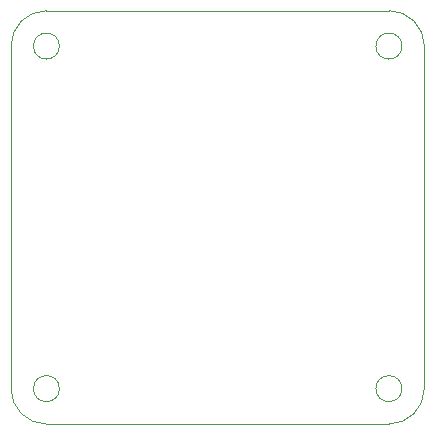
<source format=gbr>
%TF.GenerationSoftware,KiCad,Pcbnew,7.0.11*%
%TF.CreationDate,2024-11-13T01:10:25+09:00*%
%TF.ProjectId,MD,4d442e6b-6963-4616-945f-706362585858,rev?*%
%TF.SameCoordinates,Original*%
%TF.FileFunction,Profile,NP*%
%FSLAX46Y46*%
G04 Gerber Fmt 4.6, Leading zero omitted, Abs format (unit mm)*
G04 Created by KiCad (PCBNEW 7.0.11) date 2024-11-13 01:10:25*
%MOMM*%
%LPD*%
G01*
G04 APERTURE LIST*
%TA.AperFunction,Profile*%
%ADD10C,0.100000*%
%TD*%
G04 APERTURE END LIST*
D10*
X32000000Y-35000000D02*
X3000000Y-35000000D01*
X0Y-32000000D02*
G75*
G03*
X3000000Y-35000000I3000000J0D01*
G01*
X0Y-32000000D02*
X0Y-3000000D01*
X4100000Y-32000000D02*
G75*
G03*
X1900000Y-32000000I-1100000J0D01*
G01*
X1900000Y-32000000D02*
G75*
G03*
X4100000Y-32000000I1100000J0D01*
G01*
X32000000Y-35000000D02*
G75*
G03*
X35000000Y-32000000I0J3000000D01*
G01*
X33100000Y-3000000D02*
G75*
G03*
X30900000Y-3000000I-1100000J0D01*
G01*
X30900000Y-3000000D02*
G75*
G03*
X33100000Y-3000000I1100000J0D01*
G01*
X33100000Y-32000000D02*
G75*
G03*
X30900000Y-32000000I-1100000J0D01*
G01*
X30900000Y-32000000D02*
G75*
G03*
X33100000Y-32000000I1100000J0D01*
G01*
X3000000Y0D02*
G75*
G03*
X0Y-3000000I-2J-2999998D01*
G01*
X35000000Y-3000000D02*
X35000000Y-32000000D01*
X35000000Y-3000000D02*
G75*
G03*
X32000000Y0I-3000000J0D01*
G01*
X3000000Y0D02*
X32000000Y0D01*
X4100000Y-3000000D02*
G75*
G03*
X1900000Y-3000000I-1100000J0D01*
G01*
X1900000Y-3000000D02*
G75*
G03*
X4100000Y-3000000I1100000J0D01*
G01*
M02*

</source>
